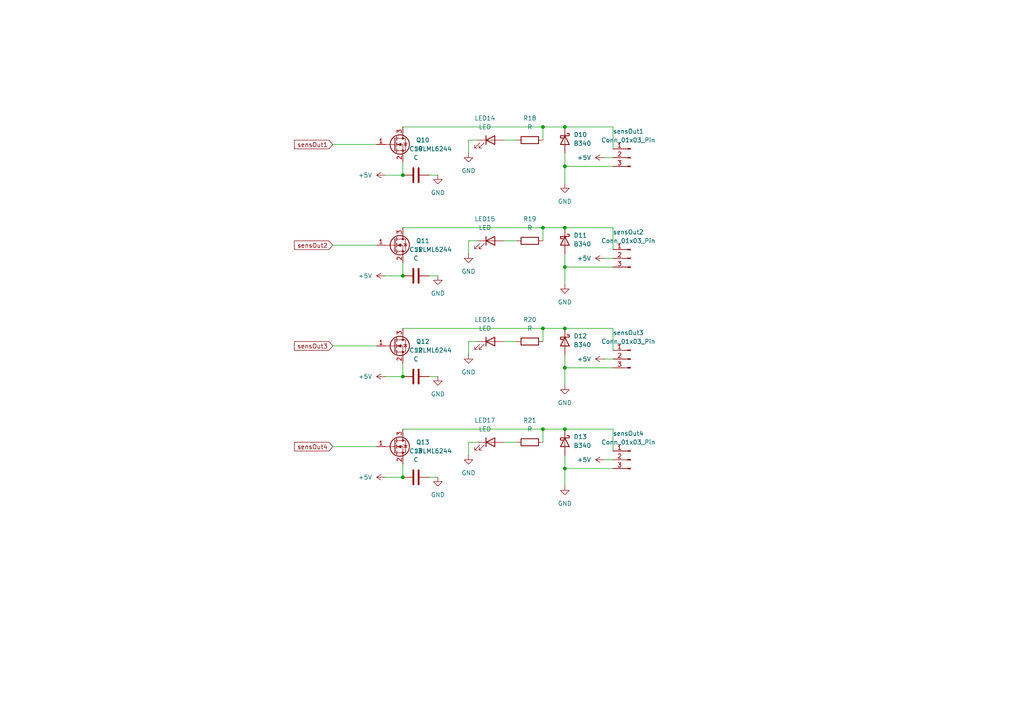
<source format=kicad_sch>
(kicad_sch (version 20231120) (generator "eeschema") (generator_version "8.0")
  (paper "A4")
  (lib_symbols
    (symbol "Connector:Conn_01x03_Pin" (pin_names (offset 1.016) hide)
      (property "Reference" "J" (at 0 5.08 0))
      (property "Value" "Conn_01x03_Pin" (at 0 -5.08 0))
      (symbol "Conn_01x03_Pin_1_1"
        (polyline (pts (xy 1.27 -2.54) (xy 0.8636 -2.54)) (stroke (width 0.1524)))
        (polyline (pts (xy 1.27 0) (xy 0.8636 0)) (stroke (width 0.1524)))
        (polyline (pts (xy 1.27 2.54) (xy 0.8636 2.54)) (stroke (width 0.1524)))
        (rectangle (start 0.8636 -2.413) (end 0 -2.667) (stroke (width 0.1524)) (fill (type outline)))
        (rectangle (start 0.8636 0.127) (end 0 -0.127) (stroke (width 0.1524)) (fill (type outline)))
        (rectangle (start 0.8636 2.667) (end 0 2.413) (stroke (width 0.1524)) (fill (type outline)))
        (pin passive line (at 5.08 2.54 180) (length 3.81) (name "Pin_1") (number "1"))
        (pin passive line (at 5.08 0 180) (length 3.81) (name "Pin_2") (number "2"))
        (pin passive line (at 5.08 -2.54 180) (length 3.81) (name "Pin_3") (number "3"))
      )
    )
    (symbol "Device:C" (pin_numbers hide) (pin_names (offset 0.254))
      (property "Reference" "C" (at 0.635 2.54 0))
      (property "Value" "C" (at 0.635 -2.54 0))
      (symbol "C_0_1"
        (polyline (pts (xy -2.032 -0.762) (xy 2.032 -0.762)) (stroke (width 0.508)))
        (polyline (pts (xy -2.032 0.762) (xy 2.032 0.762)) (stroke (width 0.508)))
      )
      (symbol "C_1_1"
        (pin passive line (at 0 3.81 270) (length 2.794) (name "~") (number "1"))
        (pin passive line (at 0 -3.81 90) (length 2.794) (name "~") (number "2"))
      )
    )
    (symbol "Device:LED" (pin_numbers hide) (pin_names (offset 1.016) hide)
      (property "Reference" "D" (at 0 2.54 0))
      (property "Value" "LED" (at 0 -2.54 0))
      (symbol "LED_0_1"
        (polyline (pts (xy -1.27 -1.27) (xy -1.27 1.27)) (stroke (width 0.254)))
        (polyline (pts (xy -1.27 0) (xy 1.27 0)))
        (polyline (pts (xy 1.27 -1.27) (xy 1.27 1.27) (xy -1.27 0) (xy 1.27 -1.27)) (stroke (width 0.254)))
        (polyline (pts (xy -3.048 -0.762) (xy -4.572 -2.286) (xy -3.81 -2.286) (xy -4.572 -2.286) (xy -4.572 -1.524)))
        (polyline (pts (xy -1.778 -0.762) (xy -3.302 -2.286) (xy -2.54 -2.286) (xy -3.302 -2.286) (xy -3.302 -1.524)))
      )
      (symbol "LED_1_1"
        (pin passive line (at -3.81 0 0) (length 2.54) (name "K") (number "1"))
        (pin passive line (at 3.81 0 180) (length 2.54) (name "A") (number "2"))
      )
    )
    (symbol "Device:R" (pin_numbers hide) (pin_names (offset 0))
      (property "Reference" "R" (at 2.032 0 90))
      (property "Value" "R" (at 0 0 90))
      (symbol "R_0_1"
        (rectangle (start -1.016 -2.54) (end 1.016 2.54) (stroke (width 0.254)))
      )
      (symbol "R_1_1"
        (pin passive line (at 0 3.81 270) (length 1.27) (name "~") (number "1"))
        (pin passive line (at 0 -3.81 90) (length 1.27) (name "~") (number "2"))
      )
    )
    (symbol "Diode:B340" (pin_numbers hide) (pin_names (offset 1.016) hide)
      (property "Reference" "D" (at 0 2.54 0))
      (property "Value" "B340" (at 0 -2.54 0))
      (symbol "B340_0_1"
        (polyline (pts (xy 1.27 0) (xy -1.27 0)))
        (polyline (pts (xy 1.27 1.27) (xy 1.27 -1.27) (xy -1.27 0) (xy 1.27 1.27)) (stroke (width 0.254)))
        (polyline (pts (xy -1.905 0.635) (xy -1.905 1.27) (xy -1.27 1.27) (xy -1.27 -1.27) (xy -0.635 -1.27) (xy -0.635 -0.635)) (stroke (width 0.254)))
      )
      (symbol "B340_1_1"
        (pin passive line (at -3.81 0 0) (length 2.54) (name "K") (number "1"))
        (pin passive line (at 3.81 0 180) (length 2.54) (name "A") (number "2"))
      )
    )
    (symbol "Transistor_FET:IRLML6244" (pin_names hide)
      (property "Reference" "Q" (at 5.08 1.905 0))
      (property "Value" "IRLML6244" (at 5.08 0 0))
      (symbol "IRLML6244_0_1"
        (polyline (pts (xy 0.254 0) (xy -2.54 0)))
        (polyline (pts (xy 0.254 1.905) (xy 0.254 -1.905)) (stroke (width 0.254)))
        (polyline (pts (xy 0.762 -1.27) (xy 0.762 -2.286)) (stroke (width 0.254)))
        (polyline (pts (xy 0.762 0.508) (xy 0.762 -0.508)) (stroke (width 0.254)))
        (polyline (pts (xy 0.762 2.286) (xy 0.762 1.27)) (stroke (width 0.254)))
        (polyline (pts (xy 2.54 2.54) (xy 2.54 1.778)))
        (polyline (pts (xy 2.54 -2.54) (xy 2.54 0) (xy 0.762 0)))
        (polyline (pts (xy 0.762 -1.778) (xy 3.302 -1.778) (xy 3.302 1.778) (xy 0.762 1.778)))
        (polyline (pts (xy 1.016 0) (xy 2.032 0.381) (xy 2.032 -0.381) (xy 1.016 0)) (fill (type outline)))
        (polyline (pts (xy 2.794 0.508) (xy 2.921 0.381) (xy 3.683 0.381) (xy 3.81 0.254)))
        (polyline (pts (xy 3.302 0.381) (xy 2.921 -0.254) (xy 3.683 -0.254) (xy 3.302 0.381)))
        (circle (center 1.651 0) (radius 2.794) (stroke (width 0.254)))
        (circle (center 2.54 -1.778) (radius 0.254) (fill (type outline)))
        (circle (center 2.54 1.778) (radius 0.254) (fill (type outline)))
      )
      (symbol "IRLML6244_1_1"
        (pin input line (at -5.08 0 0) (length 2.54) (name "G") (number "1"))
        (pin passive line (at 2.54 -5.08 90) (length 2.54) (name "S") (number "2"))
        (pin passive line (at 2.54 5.08 270) (length 2.54) (name "D") (number "3"))
      )
    )
    (symbol "power:+5V" (power) (pin_numbers hide) (pin_names (offset 0) hide)
      (property "Value" "+5V" (at 0 3.556 0))
      (symbol "+5V_0_1"
        (polyline (pts (xy -0.762 1.27) (xy 0 2.54)))
        (polyline (pts (xy 0 0) (xy 0 2.54)))
        (polyline (pts (xy 0 2.54) (xy 0.762 1.27)))
      )
      (symbol "+5V_1_1"
        (pin power_in line (at 0 0 90) (length 0) (name "~") (number "1"))
      )
    )
    (symbol "power:GND" (power) (pin_numbers hide) (pin_names (offset 0) hide)
      (property "Value" "GND" (at 0 -3.81 0))
      (symbol "GND_0_1"
        (polyline (pts (xy 0 0) (xy 0 -1.27) (xy 1.27 -1.27) (xy 0 -2.54) (xy -1.27 -1.27) (xy 0 -1.27)))
      )
      (symbol "GND_1_1"
        (pin power_in line (at 0 0 270) (length 0) (name "~") (number "1"))
      )
    )
  )
  (junction (at 163.83 135.89))
  (junction (at 163.83 77.47))
  (junction (at 163.83 66.04))
  (junction (at 157.48 95.25))
  (junction (at 163.83 48.26))
  (junction (at 157.48 36.83))
  (junction (at 116.84 80.01))
  (junction (at 163.83 36.83))
  (junction (at 116.84 50.8))
  (junction (at 163.83 106.68))
  (junction (at 163.83 95.25))
  (junction (at 116.84 109.22))
  (junction (at 116.84 138.43))
  (junction (at 157.48 124.46))
  (junction (at 157.48 66.04))
  (junction (at 163.83 124.46))
  (wire (pts (xy 111.76 50.8) (xy 116.84 50.8)))
  (wire (pts (xy 163.83 66.04) (xy 177.8 66.04)))
  (wire (pts (xy 138.43 99.06) (xy 135.89 99.06)))
  (wire (pts (xy 96.52 41.91) (xy 109.22 41.91)))
  (wire (pts (xy 135.89 99.06) (xy 135.89 102.87)))
  (wire (pts (xy 116.84 109.22) (xy 116.84 105.41)))
  (wire (pts (xy 124.46 109.22) (xy 127 109.22)))
  (wire (pts (xy 135.89 69.85) (xy 135.89 73.66)))
  (wire (pts (xy 124.46 50.8) (xy 127 50.8)))
  (wire (pts (xy 111.76 80.01) (xy 116.84 80.01)))
  (wire (pts (xy 116.84 80.01) (xy 116.84 76.2)))
  (wire (pts (xy 146.05 40.64) (xy 149.86 40.64)))
  (wire (pts (xy 163.83 36.83) (xy 177.8 36.83)))
  (wire (pts (xy 116.84 138.43) (xy 116.84 134.62)))
  (wire (pts (xy 163.83 73.66) (xy 163.83 77.47)))
  (wire (pts (xy 157.48 124.46) (xy 157.48 128.27)))
  (wire (pts (xy 138.43 40.64) (xy 135.89 40.64)))
  (wire (pts (xy 157.48 36.83) (xy 157.48 40.64)))
  (wire (pts (xy 163.83 95.25) (xy 177.8 95.25)))
  (wire (pts (xy 175.26 45.72) (xy 177.8 45.72)))
  (wire (pts (xy 111.76 109.22) (xy 116.84 109.22)))
  (wire (pts (xy 177.8 77.47) (xy 163.83 77.47)))
  (wire (pts (xy 157.48 95.25) (xy 163.83 95.25)))
  (wire (pts (xy 163.83 102.87) (xy 163.83 106.68)))
  (wire (pts (xy 116.84 95.25) (xy 157.48 95.25)))
  (wire (pts (xy 116.84 36.83) (xy 157.48 36.83)))
  (wire (pts (xy 116.84 50.8) (xy 116.84 46.99)))
  (wire (pts (xy 116.84 124.46) (xy 157.48 124.46)))
  (wire (pts (xy 111.76 138.43) (xy 116.84 138.43)))
  (wire (pts (xy 138.43 69.85) (xy 135.89 69.85)))
  (wire (pts (xy 177.8 135.89) (xy 163.83 135.89)))
  (wire (pts (xy 157.48 66.04) (xy 157.48 69.85)))
  (wire (pts (xy 177.8 106.68) (xy 163.83 106.68)))
  (wire (pts (xy 96.52 71.12) (xy 109.22 71.12)))
  (wire (pts (xy 177.8 36.83) (xy 177.8 43.18)))
  (wire (pts (xy 175.26 104.14) (xy 177.8 104.14)))
  (wire (pts (xy 177.8 95.25) (xy 177.8 101.6)))
  (wire (pts (xy 146.05 69.85) (xy 149.86 69.85)))
  (wire (pts (xy 163.83 135.89) (xy 163.83 140.97)))
  (wire (pts (xy 135.89 128.27) (xy 135.89 132.08)))
  (wire (pts (xy 157.48 66.04) (xy 163.83 66.04)))
  (wire (pts (xy 96.52 129.54) (xy 109.22 129.54)))
  (wire (pts (xy 157.48 124.46) (xy 163.83 124.46)))
  (wire (pts (xy 163.83 124.46) (xy 177.8 124.46)))
  (wire (pts (xy 146.05 99.06) (xy 149.86 99.06)))
  (wire (pts (xy 138.43 128.27) (xy 135.89 128.27)))
  (wire (pts (xy 124.46 138.43) (xy 127 138.43)))
  (wire (pts (xy 96.52 100.33) (xy 109.22 100.33)))
  (wire (pts (xy 146.05 128.27) (xy 149.86 128.27)))
  (wire (pts (xy 163.83 77.47) (xy 163.83 82.55)))
  (wire (pts (xy 135.89 40.64) (xy 135.89 44.45)))
  (wire (pts (xy 163.83 48.26) (xy 163.83 53.34)))
  (wire (pts (xy 124.46 80.01) (xy 127 80.01)))
  (wire (pts (xy 177.8 124.46) (xy 177.8 130.81)))
  (wire (pts (xy 163.83 106.68) (xy 163.83 111.76)))
  (wire (pts (xy 163.83 44.45) (xy 163.83 48.26)))
  (wire (pts (xy 116.84 66.04) (xy 157.48 66.04)))
  (wire (pts (xy 157.48 36.83) (xy 163.83 36.83)))
  (wire (pts (xy 177.8 66.04) (xy 177.8 72.39)))
  (wire (pts (xy 175.26 133.35) (xy 177.8 133.35)))
  (wire (pts (xy 163.83 132.08) (xy 163.83 135.89)))
  (wire (pts (xy 177.8 48.26) (xy 163.83 48.26)))
  (wire (pts (xy 157.48 95.25) (xy 157.48 99.06)))
  (wire (pts (xy 175.26 74.93) (xy 177.8 74.93)))
  (global_label "sensOut2" (shape input) (at 96.52 71.12 180) (property "Intersheetrefs" "${INTERSHEET_REFS}" (effects (hide yes))))
  (global_label "sensOut1" (shape input) (at 96.52 41.91 180) (property "Intersheetrefs" "${INTERSHEET_REFS}" (effects (hide yes))))
  (global_label "sensOut4" (shape input) (at 96.52 129.54 180) (property "Intersheetrefs" "${INTERSHEET_REFS}" (effects (hide yes))))
  (global_label "sensOut3" (shape input) (at 96.52 100.33 180) (property "Intersheetrefs" "${INTERSHEET_REFS}" (effects (hide yes))))
  (symbol (lib_id "power:GND") (at 163.83 111.76 0) (unit 1)
    (property "Reference" "#PWR083" (effects (hide yes)))
    (property "Value" "GND" (at 163.83 116.84 0))
    (property "Description" "Power symbol creates a global label with name \"GND\" , ground" (effects (hide yes)))
  )
  (symbol (lib_id "Device:C") (at 120.65 109.22 90) (unit 1)
    (property "Reference" "C12" (at 120.65 101.6 90))
    (property "Value" "C" (at 120.65 104.14 90))
    (property "Footprint" "Capacitor_SMD:C_0805_2012Metric_Pad1.18x1.45mm_HandSolder" (effects (hide yes)))
    (property "Description" "Unpolarized capacitor" (effects (hide yes)))
  )
  (symbol (lib_id "Diode:B340") (at 163.83 128.27 270) (unit 1)
    (property "Reference" "D13" (at 166.37 126.6824 90) (effects (justify left)))
    (property "Value" "B340" (at 166.37 129.2224 90) (effects (justify left)))
    (property "Footprint" "Diode_SMD:D_SMC" (effects (hide yes)))
    (property "Datasheet" "http://www.jameco.com/Jameco/Products/ProdDS/1538777.pdf" (effects (hide yes)))
    (property "Description" "40V 3A Schottky Barrier Rectifier Diode, SMC" (effects (hide yes)))
  )
  (symbol (lib_id "Diode:B340") (at 163.83 99.06 270) (unit 1)
    (property "Reference" "D12" (at 166.37 97.4724 90) (effects (justify left)))
    (property "Value" "B340" (at 166.37 100.0124 90) (effects (justify left)))
    (property "Footprint" "Diode_SMD:D_SMC" (effects (hide yes)))
    (property "Datasheet" "http://www.jameco.com/Jameco/Products/ProdDS/1538777.pdf" (effects (hide yes)))
    (property "Description" "40V 3A Schottky Barrier Rectifier Diode, SMC" (effects (hide yes)))
  )
  (symbol (lib_id "Device:R") (at 153.67 69.85 90) (unit 1)
    (property "Reference" "R19" (at 153.67 63.5 90))
    (property "Value" "R" (at 153.67 66.04 90))
    (property "Footprint" "Resistor_SMD:R_0805_2012Metric_Pad1.20x1.40mm_HandSolder" (effects (hide yes)))
    (property "Description" "Resistor" (effects (hide yes)))
  )
  (symbol (lib_id "power:GND") (at 163.83 82.55 0) (unit 1)
    (property "Reference" "#PWR082" (effects (hide yes)))
    (property "Value" "GND" (at 163.83 87.63 0))
    (property "Description" "Power symbol creates a global label with name \"GND\" , ground" (effects (hide yes)))
  )
  (symbol (lib_id "power:GND") (at 127 50.8 0) (unit 1)
    (property "Reference" "#PWR073" (effects (hide yes)))
    (property "Value" "GND" (at 127 55.88 0))
    (property "Description" "Power symbol creates a global label with name \"GND\" , ground" (effects (hide yes)))
  )
  (symbol (lib_id "Device:R") (at 153.67 99.06 90) (unit 1)
    (property "Reference" "R20" (at 153.67 92.71 90))
    (property "Value" "R" (at 153.67 95.25 90))
    (property "Footprint" "Resistor_SMD:R_0805_2012Metric_Pad1.20x1.40mm_HandSolder" (effects (hide yes)))
    (property "Description" "Resistor" (effects (hide yes)))
  )
  (symbol (lib_id "Device:LED") (at 142.24 99.06 0) (unit 1)
    (property "Reference" "LED16" (at 140.6525 92.71 0))
    (property "Value" "LED" (at 140.6525 95.25 0))
    (property "Footprint" "LED_SMD:LED_0805_2012Metric_Pad1.15x1.40mm_HandSolder" (effects (hide yes)))
    (property "Description" "Light emitting diode" (effects (hide yes)))
  )
  (symbol (lib_id "Device:R") (at 153.67 40.64 90) (unit 1)
    (property "Reference" "R18" (at 153.67 34.29 90))
    (property "Value" "R" (at 153.67 36.83 90))
    (property "Footprint" "Resistor_SMD:R_0805_2012Metric_Pad1.20x1.40mm_HandSolder" (effects (hide yes)))
    (property "Description" "Resistor" (effects (hide yes)))
  )
  (symbol (lib_id "power:GND") (at 163.83 53.34 0) (unit 1)
    (property "Reference" "#PWR081" (effects (hide yes)))
    (property "Value" "GND" (at 163.83 58.42 0))
    (property "Description" "Power symbol creates a global label with name \"GND\" , ground" (effects (hide yes)))
  )
  (symbol (lib_id "power:GND") (at 135.89 44.45 0) (unit 1)
    (property "Reference" "#PWR077" (effects (hide yes)))
    (property "Value" "GND" (at 135.89 49.53 0))
    (property "Description" "Power symbol creates a global label with name \"GND\" , ground" (effects (hide yes)))
  )
  (symbol (lib_id "Connector:Conn_01x03_Pin") (at 182.88 45.72 0) (mirror y) (unit 1)
    (property "Reference" "sensOut1" (at 182.245 38.1 0))
    (property "Value" "Conn_01x03_Pin" (at 182.245 40.64 0))
    (property "Footprint" "Connector_JST:JST_XH_S3B-XH-A_1x03_P2.50mm_Horizontal" (effects (hide yes)))
    (property "Description" "Generic connector, single row, 01x03, script generated" (effects (hide yes)))
  )
  (symbol (lib_id "power:GND") (at 135.89 102.87 0) (unit 1)
    (property "Reference" "#PWR079" (effects (hide yes)))
    (property "Value" "GND" (at 135.89 107.95 0))
    (property "Description" "Power symbol creates a global label with name \"GND\" , ground" (effects (hide yes)))
  )
  (symbol (lib_id "power:+5V") (at 175.26 104.14 90) (unit 1)
    (property "Reference" "#PWR087" (effects (hide yes)))
    (property "Value" "+5V" (at 171.45 104.1399 90) (effects (justify left)))
    (property "Description" "Power symbol creates a global label with name \"+5V\"" (effects (hide yes)))
  )
  (symbol (lib_id "power:+5V") (at 175.26 45.72 90) (unit 1)
    (property "Reference" "#PWR085" (effects (hide yes)))
    (property "Value" "+5V" (at 171.45 45.7199 90) (effects (justify left)))
    (property "Description" "Power symbol creates a global label with name \"+5V\"" (effects (hide yes)))
  )
  (symbol (lib_id "power:GND") (at 127 138.43 0) (unit 1)
    (property "Reference" "#PWR076" (effects (hide yes)))
    (property "Value" "GND" (at 127 143.51 0))
    (property "Description" "Power symbol creates a global label with name \"GND\" , ground" (effects (hide yes)))
  )
  (symbol (lib_id "Device:LED") (at 142.24 128.27 0) (unit 1)
    (property "Reference" "LED17" (at 140.6525 121.92 0))
    (property "Value" "LED" (at 140.6525 124.46 0))
    (property "Footprint" "LED_SMD:LED_0805_2012Metric_Pad1.15x1.40mm_HandSolder" (effects (hide yes)))
    (property "Description" "Light emitting diode" (effects (hide yes)))
  )
  (symbol (lib_id "Transistor_FET:IRLML6244") (at 114.3 71.12 0) (unit 1)
    (property "Reference" "Q11" (at 120.65 69.8499 0) (effects (justify left)))
    (property "Value" "IRLML6244" (at 120.65 72.3899 0) (effects (justify left)))
    (property "Footprint" "Package_TO_SOT_SMD:SOT-23" (effects (hide yes)))
    (property "Datasheet" "https://www.infineon.com/dgdl/Infineon-IRLML6244-DataSheet-v01_01-EN.pdf?fileId=5546d462533600a4015356686fed261f" (effects (hide yes)))
    (property "Description" "6.3A Id, 20V Vds, 21mOhm Rds, N-Channel StrongIRFET Power MOSFET, SOT-23" (effects (hide yes)))
  )
  (symbol (lib_id "Diode:B340") (at 163.83 69.85 270) (unit 1)
    (property "Reference" "D11" (at 166.37 68.2624 90) (effects (justify left)))
    (property "Value" "B340" (at 166.37 70.8024 90) (effects (justify left)))
    (property "Footprint" "Diode_SMD:D_SMC" (effects (hide yes)))
    (property "Datasheet" "http://www.jameco.com/Jameco/Products/ProdDS/1538777.pdf" (effects (hide yes)))
    (property "Description" "40V 3A Schottky Barrier Rectifier Diode, SMC" (effects (hide yes)))
  )
  (symbol (lib_id "power:+5V") (at 111.76 50.8 90) (unit 1)
    (property "Reference" "#PWR069" (effects (hide yes)))
    (property "Value" "+5V" (at 107.95 50.7999 90) (effects (justify left)))
    (property "Description" "Power symbol creates a global label with name \"+5V\"" (effects (hide yes)))
  )
  (symbol (lib_id "power:+5V") (at 111.76 109.22 90) (unit 1)
    (property "Reference" "#PWR071" (effects (hide yes)))
    (property "Value" "+5V" (at 107.95 109.2199 90) (effects (justify left)))
    (property "Description" "Power symbol creates a global label with name \"+5V\"" (effects (hide yes)))
  )
  (symbol (lib_id "Device:LED") (at 142.24 69.85 0) (unit 1)
    (property "Reference" "LED15" (at 140.6525 63.5 0))
    (property "Value" "LED" (at 140.6525 66.04 0))
    (property "Footprint" "LED_SMD:LED_0805_2012Metric_Pad1.15x1.40mm_HandSolder" (effects (hide yes)))
    (property "Description" "Light emitting diode" (effects (hide yes)))
  )
  (symbol (lib_id "power:+5V") (at 111.76 138.43 90) (unit 1)
    (property "Reference" "#PWR072" (effects (hide yes)))
    (property "Value" "+5V" (at 107.95 138.4299 90) (effects (justify left)))
    (property "Description" "Power symbol creates a global label with name \"+5V\"" (effects (hide yes)))
  )
  (symbol (lib_id "Device:C") (at 120.65 50.8 90) (unit 1)
    (property "Reference" "C10" (at 120.65 43.18 90))
    (property "Value" "C" (at 120.65 45.72 90))
    (property "Footprint" "Capacitor_SMD:C_0805_2012Metric_Pad1.18x1.45mm_HandSolder" (effects (hide yes)))
    (property "Description" "Unpolarized capacitor" (effects (hide yes)))
  )
  (symbol (lib_id "Device:LED") (at 142.24 40.64 0) (unit 1)
    (property "Reference" "LED14" (at 140.6525 34.29 0))
    (property "Value" "LED" (at 140.6525 36.83 0))
    (property "Footprint" "LED_SMD:LED_0805_2012Metric_Pad1.15x1.40mm_HandSolder" (effects (hide yes)))
    (property "Description" "Light emitting diode" (effects (hide yes)))
  )
  (symbol (lib_id "power:+5V") (at 175.26 74.93 90) (unit 1)
    (property "Reference" "#PWR086" (effects (hide yes)))
    (property "Value" "+5V" (at 171.45 74.9299 90) (effects (justify left)))
    (property "Description" "Power symbol creates a global label with name \"+5V\"" (effects (hide yes)))
  )
  (symbol (lib_id "Connector:Conn_01x03_Pin") (at 182.88 133.35 0) (mirror y) (unit 1)
    (property "Reference" "sensOut4" (at 182.245 125.73 0))
    (property "Value" "Conn_01x03_Pin" (at 182.245 128.27 0))
    (property "Footprint" "Connector_JST:JST_XH_S3B-XH-A_1x03_P2.50mm_Horizontal" (effects (hide yes)))
    (property "Description" "Generic connector, single row, 01x03, script generated" (effects (hide yes)))
  )
  (symbol (lib_id "power:GND") (at 135.89 132.08 0) (unit 1)
    (property "Reference" "#PWR080" (effects (hide yes)))
    (property "Value" "GND" (at 135.89 137.16 0))
    (property "Description" "Power symbol creates a global label with name \"GND\" , ground" (effects (hide yes)))
  )
  (symbol (lib_id "power:+5V") (at 111.76 80.01 90) (unit 1)
    (property "Reference" "#PWR070" (effects (hide yes)))
    (property "Value" "+5V" (at 107.95 80.0099 90) (effects (justify left)))
    (property "Description" "Power symbol creates a global label with name \"+5V\"" (effects (hide yes)))
  )
  (symbol (lib_id "Device:C") (at 120.65 80.01 90) (unit 1)
    (property "Reference" "C11" (at 120.65 72.39 90))
    (property "Value" "C" (at 120.65 74.93 90))
    (property "Footprint" "Capacitor_SMD:C_0805_2012Metric_Pad1.18x1.45mm_HandSolder" (effects (hide yes)))
    (property "Description" "Unpolarized capacitor" (effects (hide yes)))
  )
  (symbol (lib_id "power:GND") (at 135.89 73.66 0) (unit 1)
    (property "Reference" "#PWR078" (effects (hide yes)))
    (property "Value" "GND" (at 135.89 78.74 0))
    (property "Description" "Power symbol creates a global label with name \"GND\" , ground" (effects (hide yes)))
  )
  (symbol (lib_id "power:+5V") (at 175.26 133.35 90) (unit 1)
    (property "Reference" "#PWR088" (effects (hide yes)))
    (property "Value" "+5V" (at 171.45 133.3499 90) (effects (justify left)))
    (property "Description" "Power symbol creates a global label with name \"+5V\"" (effects (hide yes)))
  )
  (symbol (lib_id "Transistor_FET:IRLML6244") (at 114.3 129.54 0) (unit 1)
    (property "Reference" "Q13" (at 120.65 128.2699 0) (effects (justify left)))
    (property "Value" "IRLML6244" (at 120.65 130.8099 0) (effects (justify left)))
    (property "Footprint" "Package_TO_SOT_SMD:SOT-23" (effects (hide yes)))
    (property "Datasheet" "https://www.infineon.com/dgdl/Infineon-IRLML6244-DataSheet-v01_01-EN.pdf?fileId=5546d462533600a4015356686fed261f" (effects (hide yes)))
    (property "Description" "6.3A Id, 20V Vds, 21mOhm Rds, N-Channel StrongIRFET Power MOSFET, SOT-23" (effects (hide yes)))
  )
  (symbol (lib_id "Connector:Conn_01x03_Pin") (at 182.88 74.93 0) (mirror y) (unit 1)
    (property "Reference" "sensOut2" (at 182.245 67.31 0))
    (property "Value" "Conn_01x03_Pin" (at 182.245 69.85 0))
    (property "Footprint" "Connector_JST:JST_XH_S3B-XH-A_1x03_P2.50mm_Horizontal" (effects (hide yes)))
    (property "Description" "Generic connector, single row, 01x03, script generated" (effects (hide yes)))
  )
  (symbol (lib_id "Device:R") (at 153.67 128.27 90) (unit 1)
    (property "Reference" "R21" (at 153.67 121.92 90))
    (property "Value" "R" (at 153.67 124.46 90))
    (property "Footprint" "Resistor_SMD:R_0805_2012Metric_Pad1.20x1.40mm_HandSolder" (effects (hide yes)))
    (property "Description" "Resistor" (effects (hide yes)))
  )
  (symbol (lib_id "power:GND") (at 127 80.01 0) (unit 1)
    (property "Reference" "#PWR074" (effects (hide yes)))
    (property "Value" "GND" (at 127 85.09 0))
    (property "Description" "Power symbol creates a global label with name \"GND\" , ground" (effects (hide yes)))
  )
  (symbol (lib_id "power:GND") (at 127 109.22 0) (unit 1)
    (property "Reference" "#PWR075" (effects (hide yes)))
    (property "Value" "GND" (at 127 114.3 0))
    (property "Description" "Power symbol creates a global label with name \"GND\" , ground" (effects (hide yes)))
  )
  (symbol (lib_id "Transistor_FET:IRLML6244") (at 114.3 100.33 0) (unit 1)
    (property "Reference" "Q12" (at 120.65 99.0599 0) (effects (justify left)))
    (property "Value" "IRLML6244" (at 120.65 101.5999 0) (effects (justify left)))
    (property "Footprint" "Package_TO_SOT_SMD:SOT-23" (effects (hide yes)))
    (property "Datasheet" "https://www.infineon.com/dgdl/Infineon-IRLML6244-DataSheet-v01_01-EN.pdf?fileId=5546d462533600a4015356686fed261f" (effects (hide yes)))
    (property "Description" "6.3A Id, 20V Vds, 21mOhm Rds, N-Channel StrongIRFET Power MOSFET, SOT-23" (effects (hide yes)))
  )
  (symbol (lib_id "Diode:B340") (at 163.83 40.64 270) (unit 1)
    (property "Reference" "D10" (at 166.37 39.0524 90) (effects (justify left)))
    (property "Value" "B340" (at 166.37 41.5924 90) (effects (justify left)))
    (property "Footprint" "Diode_SMD:D_SMC" (effects (hide yes)))
    (property "Datasheet" "http://www.jameco.com/Jameco/Products/ProdDS/1538777.pdf" (effects (hide yes)))
    (property "Description" "40V 3A Schottky Barrier Rectifier Diode, SMC" (effects (hide yes)))
  )
  (symbol (lib_id "Transistor_FET:IRLML6244") (at 114.3 41.91 0) (unit 1)
    (property "Reference" "Q10" (at 120.65 40.6399 0) (effects (justify left)))
    (property "Value" "IRLML6244" (at 120.65 43.1799 0) (effects (justify left)))
    (property "Footprint" "Package_TO_SOT_SMD:SOT-23" (effects (hide yes)))
    (property "Datasheet" "https://www.infineon.com/dgdl/Infineon-IRLML6244-DataSheet-v01_01-EN.pdf?fileId=5546d462533600a4015356686fed261f" (effects (hide yes)))
    (property "Description" "6.3A Id, 20V Vds, 21mOhm Rds, N-Channel StrongIRFET Power MOSFET, SOT-23" (effects (hide yes)))
  )
  (symbol (lib_id "Connector:Conn_01x03_Pin") (at 182.88 104.14 0) (mirror y) (unit 1)
    (property "Reference" "sensOut3" (at 182.245 96.52 0))
    (property "Value" "Conn_01x03_Pin" (at 182.245 99.06 0))
    (property "Footprint" "Connector_JST:JST_XH_S3B-XH-A_1x03_P2.50mm_Horizontal" (effects (hide yes)))
    (property "Description" "Generic connector, single row, 01x03, script generated" (effects (hide yes)))
  )
  (symbol (lib_id "Device:C") (at 120.65 138.43 90) (unit 1)
    (property "Reference" "C13" (at 120.65 130.81 90))
    (property "Value" "C" (at 120.65 133.35 90))
    (property "Footprint" "Capacitor_SMD:C_0805_2012Metric_Pad1.18x1.45mm_HandSolder" (effects (hide yes)))
    (property "Description" "Unpolarized capacitor" (effects (hide yes)))
  )
  (symbol (lib_id "power:GND") (at 163.83 140.97 0) (unit 1)
    (property "Reference" "#PWR084" (effects (hide yes)))
    (property "Value" "GND" (at 163.83 146.05 0))
    (property "Description" "Power symbol creates a global label with name \"GND\" , ground" (effects (hide yes)))
  )
)
</source>
